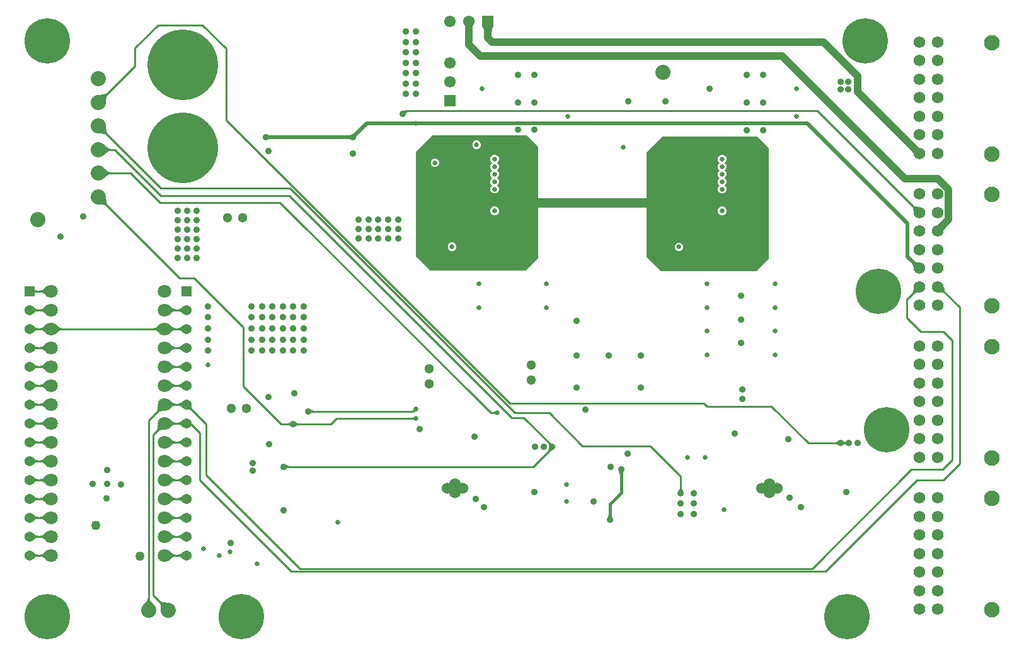
<source format=gbr>
%TF.GenerationSoftware,Altium Limited,Altium Designer,23.5.1 (21)*%
G04 Layer_Physical_Order=3*
G04 Layer_Color=36540*
%FSLAX45Y45*%
%MOMM*%
%TF.SameCoordinates,1DABE7A7-8C02-4A6D-B465-D2BC1E63CDE6*%
%TF.FilePolarity,Positive*%
%TF.FileFunction,Copper,L3,Inr,Signal*%
%TF.Part,Single*%
G01*
G75*
%TA.AperFunction,Conductor*%
%ADD54C,0.38100*%
%ADD55C,0.25400*%
%ADD57C,0.50800*%
%ADD58C,1.01600*%
%TA.AperFunction,ComponentPad*%
%ADD62C,1.55000*%
%ADD63R,1.55000X1.55000*%
%ADD64R,1.55000X1.55000*%
%ADD65C,1.30000*%
%ADD66C,1.80000*%
%ADD68C,6.10000*%
%ADD69C,2.10000*%
%ADD70C,1.56000*%
%ADD71R,1.37000X1.37000*%
%ADD72C,1.37000*%
%ADD73C,9.50000*%
%ADD74C,2.03200*%
%TA.AperFunction,TestPad*%
%ADD75C,2.03200*%
%TA.AperFunction,ViaPad*%
%ADD76C,0.88900*%
%ADD77C,0.63500*%
%ADD78C,1.27000*%
%TA.AperFunction,Conductor*%
%ADD98C,1.27000*%
%TA.AperFunction,ComponentPad*%
%ADD99C,1.52400*%
G36*
X12575795Y13735748D02*
X12575208Y13733784D01*
X12574690Y13730962D01*
X12574242Y13727283D01*
X12573310Y13711089D01*
X12573000Y13687170D01*
X12471400D01*
X12471365Y13696002D01*
X12469192Y13733784D01*
X12468605Y13735748D01*
X12467950Y13736855D01*
X12576450D01*
X12575795Y13735748D01*
D02*
G37*
G36*
X12848380Y13713989D02*
X12843893Y13710941D01*
X12839934Y13705861D01*
X12836502Y13698749D01*
X12833598Y13689606D01*
X12831223Y13678429D01*
X12829376Y13665221D01*
X12828056Y13649982D01*
X12827000Y13613405D01*
X12725400D01*
X12725136Y13632709D01*
X12721177Y13678429D01*
X12718801Y13689606D01*
X12715898Y13698749D01*
X12712466Y13705861D01*
X12708507Y13710941D01*
X12704020Y13713989D01*
X12699005Y13715005D01*
X12853395D01*
X12848380Y13713989D01*
D02*
G37*
G36*
X7667164Y12805405D02*
X7662881Y12800294D01*
X7659065Y12794000D01*
X7655718Y12786522D01*
X7652839Y12777860D01*
X7650428Y12768013D01*
X7648485Y12756982D01*
X7647011Y12744767D01*
X7645465Y12716784D01*
X7645395Y12701016D01*
X7544816Y12801595D01*
X7560584Y12801665D01*
X7600782Y12804684D01*
X7611813Y12806628D01*
X7621660Y12809039D01*
X7630322Y12811919D01*
X7637800Y12815265D01*
X7644094Y12819081D01*
X7649204Y12823364D01*
X7667164Y12805405D01*
D02*
G37*
G36*
X11688809Y12576720D02*
X11686080Y12573844D01*
X11683690Y12571015D01*
X11681640Y12568231D01*
X11679928Y12565493D01*
X11678555Y12562800D01*
X11677521Y12560154D01*
X11676826Y12557553D01*
X11676470Y12554998D01*
X11676453Y12552489D01*
X11676775Y12550025D01*
X11644973Y12584113D01*
X11647394Y12583624D01*
X11649851Y12583480D01*
X11652346Y12583678D01*
X11654878Y12584220D01*
X11657447Y12585105D01*
X11660053Y12586333D01*
X11662696Y12587905D01*
X11665376Y12589820D01*
X11668094Y12592079D01*
X11670849Y12594680D01*
X11688809Y12576720D01*
D02*
G37*
G36*
X7645465Y12365716D02*
X7648485Y12325518D01*
X7650428Y12314487D01*
X7652839Y12304640D01*
X7655718Y12295978D01*
X7659065Y12288500D01*
X7662881Y12282206D01*
X7667164Y12277096D01*
X7649204Y12259136D01*
X7644094Y12263419D01*
X7637800Y12267235D01*
X7630322Y12270582D01*
X7621660Y12273461D01*
X7611813Y12275872D01*
X7600782Y12277815D01*
X7588567Y12279289D01*
X7560584Y12280835D01*
X7544816Y12280905D01*
X7645395Y12381484D01*
X7645465Y12365716D01*
D02*
G37*
G36*
X11022713Y12256792D02*
X11019247Y12253245D01*
X11011049Y12243835D01*
X11009049Y12241107D01*
X11007416Y12238585D01*
X11006149Y12236268D01*
X11005249Y12234155D01*
X11004715Y12232247D01*
X11004548Y12230544D01*
X10960544Y12274548D01*
X10962247Y12274715D01*
X10964155Y12275249D01*
X10966268Y12276149D01*
X10968585Y12277416D01*
X10971107Y12279049D01*
X10973835Y12281049D01*
X10979904Y12286148D01*
X10986792Y12292713D01*
X11022713Y12256792D01*
D02*
G37*
G36*
X10928356Y12198985D02*
X10927034Y12200071D01*
X10925308Y12201042D01*
X10923177Y12201900D01*
X10920643Y12202643D01*
X10917704Y12203271D01*
X10914362Y12203786D01*
X10906465Y12204471D01*
X10896952Y12204700D01*
Y12255500D01*
X10901911Y12255557D01*
X10914362Y12256414D01*
X10917704Y12256929D01*
X10920643Y12257557D01*
X10923177Y12258300D01*
X10925308Y12259158D01*
X10927034Y12260129D01*
X10928356Y12261215D01*
Y12198985D01*
D02*
G37*
G36*
X9824766Y12260129D02*
X9826492Y12259158D01*
X9828623Y12258300D01*
X9831157Y12257557D01*
X9834096Y12256929D01*
X9837438Y12256414D01*
X9845335Y12255729D01*
X9854848Y12255500D01*
Y12204700D01*
X9849889Y12204643D01*
X9837438Y12203786D01*
X9834096Y12203271D01*
X9831157Y12202643D01*
X9828623Y12201900D01*
X9826492Y12201042D01*
X9824766Y12200071D01*
X9823444Y12198985D01*
Y12261215D01*
X9824766Y12260129D01*
D02*
G37*
G36*
X18540083Y12116460D02*
X18568788Y12091142D01*
X18570680Y12090163D01*
X18572020Y12089844D01*
X18494804Y12012628D01*
X18494485Y12013968D01*
X18493506Y12015860D01*
X18491869Y12018305D01*
X18489571Y12021301D01*
X18482996Y12028950D01*
X18461932Y12050873D01*
X18533775Y12122715D01*
X18540083Y12116460D01*
D02*
G37*
G36*
X7627556Y12125020D02*
X7658116Y12098731D01*
X7667290Y12092305D01*
X7675957Y12087047D01*
X7684118Y12082958D01*
X7691773Y12080037D01*
X7698921Y12078284D01*
X7705563Y12077700D01*
Y12052300D01*
X7698921Y12051716D01*
X7691773Y12049963D01*
X7684118Y12047042D01*
X7675957Y12042953D01*
X7667290Y12037695D01*
X7658116Y12031269D01*
X7648436Y12023674D01*
X7627556Y12004980D01*
X7616357Y11993880D01*
Y12136120D01*
X7627556Y12125020D01*
D02*
G37*
G36*
Y11807520D02*
X7658116Y11781231D01*
X7667290Y11774805D01*
X7675957Y11769547D01*
X7684118Y11765458D01*
X7691773Y11762537D01*
X7698921Y11760784D01*
X7705563Y11760200D01*
Y11734800D01*
X7698921Y11734216D01*
X7691773Y11732463D01*
X7684118Y11729542D01*
X7675957Y11725453D01*
X7667290Y11720195D01*
X7658116Y11713769D01*
X7648436Y11706174D01*
X7627556Y11687480D01*
X7616357Y11676380D01*
Y11818620D01*
X7627556Y11807520D01*
D02*
G37*
G36*
X7645465Y11413216D02*
X7648485Y11373018D01*
X7650428Y11361987D01*
X7652839Y11352140D01*
X7655718Y11343478D01*
X7659065Y11336000D01*
X7662881Y11329706D01*
X7667164Y11324596D01*
X7649204Y11306636D01*
X7644094Y11310919D01*
X7637800Y11314735D01*
X7630322Y11318082D01*
X7621660Y11320961D01*
X7611813Y11323372D01*
X7600782Y11325315D01*
X7588567Y11326789D01*
X7560584Y11328335D01*
X7544816Y11328405D01*
X7645395Y11428984D01*
X7645465Y11413216D01*
D02*
G37*
G36*
X18498482Y11310020D02*
X18503487Y11306793D01*
X18509280Y11303960D01*
X18515869Y11301521D01*
X18523248Y11299474D01*
X18531419Y11297822D01*
X18540382Y11296562D01*
X18560683Y11295223D01*
X18572020Y11295144D01*
X18494804Y11217928D01*
X18494725Y11229266D01*
X18493385Y11249567D01*
X18492126Y11258529D01*
X18490474Y11266700D01*
X18488428Y11274079D01*
X18485988Y11280667D01*
X18483154Y11286462D01*
X18479929Y11291466D01*
X18476309Y11295679D01*
X18494269Y11313639D01*
X18498482Y11310020D01*
D02*
G37*
G36*
X18931639Y11018861D02*
X18925424Y11012558D01*
X18904520Y10988541D01*
X18902373Y10985237D01*
X18900902Y10982434D01*
X18900110Y10980131D01*
X18899995Y10978328D01*
X18813167Y11044548D01*
X18813602Y11044892D01*
X18814687Y11045896D01*
X18846800Y11077707D01*
X18931639Y11018861D01*
D02*
G37*
G36*
X18510796Y10565486D02*
X18516376Y10561143D01*
X18522263Y10557322D01*
X18528455Y10554021D01*
X18534952Y10551240D01*
X18541756Y10548980D01*
X18548863Y10547240D01*
X18556276Y10546020D01*
X18563995Y10545322D01*
X18572020Y10545143D01*
X18494804Y10467927D01*
X18494624Y10475952D01*
X18493927Y10483671D01*
X18492706Y10491084D01*
X18490967Y10498192D01*
X18488707Y10504995D01*
X18485925Y10511492D01*
X18482625Y10517684D01*
X18478804Y10523571D01*
X18474461Y10529152D01*
X18469598Y10534427D01*
X18505521Y10570348D01*
X18510796Y10565486D01*
D02*
G37*
G36*
X13448199Y12103600D02*
Y10605000D01*
X13283099Y10439900D01*
X12000400D01*
X11809900Y10630400D01*
Y12040100D01*
X12025800Y12256000D01*
X13295799D01*
X13448199Y12103600D01*
D02*
G37*
G36*
X16547000Y12090900D02*
Y10592300D01*
X16381900Y10427200D01*
X15099200D01*
X14908701Y10617700D01*
Y12027400D01*
X15124600Y12243300D01*
X16394600D01*
X16547000Y12090900D01*
D02*
G37*
G36*
X6684847Y10182987D02*
X6685619Y10180828D01*
X6686904Y10178923D01*
X6688703Y10177272D01*
X6691017Y10175875D01*
X6693844Y10174732D01*
X6697186Y10173843D01*
X6701041Y10173208D01*
X6705411Y10172827D01*
X6710295Y10172700D01*
Y10147300D01*
X6705411Y10147173D01*
X6701041Y10146792D01*
X6697186Y10146157D01*
X6693844Y10145268D01*
X6691017Y10144125D01*
X6688703Y10142728D01*
X6686904Y10141077D01*
X6685619Y10139172D01*
X6684847Y10137013D01*
X6684590Y10134600D01*
Y10185400D01*
X6684847Y10182987D01*
D02*
G37*
G36*
X18901877Y10215921D02*
X18908311Y10185312D01*
X18910774Y10176940D01*
X18916177Y10162942D01*
X18919118Y10157315D01*
X18922217Y10152604D01*
X18925476Y10148809D01*
X18910249Y10128114D01*
X18905766Y10131967D01*
X18900610Y10135230D01*
X18894781Y10137905D01*
X18888280Y10139990D01*
X18881107Y10141487D01*
X18873260Y10142394D01*
X18864742Y10142713D01*
X18855550Y10142442D01*
X18845686Y10141582D01*
X18835149Y10140133D01*
X18900050Y10227954D01*
X18901877Y10215921D01*
D02*
G37*
G36*
X18572020Y10139154D02*
X18560683Y10139075D01*
X18540382Y10137736D01*
X18531419Y10136476D01*
X18523248Y10134824D01*
X18515869Y10132777D01*
X18509280Y10130338D01*
X18503487Y10127505D01*
X18498482Y10124278D01*
X18494269Y10120659D01*
X18476309Y10138619D01*
X18479929Y10142832D01*
X18483154Y10147836D01*
X18485988Y10153631D01*
X18488428Y10160219D01*
X18490474Y10167598D01*
X18492126Y10175769D01*
X18493385Y10184731D01*
X18494725Y10205032D01*
X18494804Y10216370D01*
X18572020Y10139154D01*
D02*
G37*
G36*
X6844527Y10097000D02*
X6834864Y10106557D01*
X6816725Y10122653D01*
X6808249Y10129192D01*
X6800169Y10134725D01*
X6792484Y10139252D01*
X6785194Y10142773D01*
X6778301Y10145288D01*
X6771803Y10146797D01*
X6765701Y10147300D01*
Y10172700D01*
X6771803Y10173203D01*
X6778301Y10174712D01*
X6785194Y10177227D01*
X6792484Y10180748D01*
X6800169Y10185275D01*
X6808249Y10190808D01*
X6816725Y10197347D01*
X6834864Y10213443D01*
X6844527Y10223000D01*
Y10097000D01*
D02*
G37*
G36*
X8675981Y9858050D02*
X8669167Y9864748D01*
X8656115Y9876027D01*
X8649877Y9880610D01*
X8643832Y9884487D01*
X8637979Y9887660D01*
X8632318Y9890128D01*
X8626849Y9891890D01*
X8621572Y9892947D01*
X8616488Y9893300D01*
Y9918700D01*
X8621572Y9919053D01*
X8626849Y9920110D01*
X8632318Y9921872D01*
X8637979Y9924340D01*
X8643832Y9927513D01*
X8649877Y9931390D01*
X8656115Y9935973D01*
X8662545Y9941260D01*
X8675981Y9953950D01*
Y9858050D01*
D02*
G37*
G36*
X6672433Y9947252D02*
X6685485Y9935973D01*
X6691723Y9931390D01*
X6697768Y9927513D01*
X6703621Y9924340D01*
X6709282Y9921872D01*
X6714751Y9920110D01*
X6720028Y9919053D01*
X6725112Y9918700D01*
Y9893300D01*
X6720028Y9892947D01*
X6714751Y9891890D01*
X6709282Y9890128D01*
X6703621Y9887660D01*
X6697768Y9884487D01*
X6691723Y9880610D01*
X6685485Y9876027D01*
X6679055Y9870740D01*
X6665619Y9858050D01*
Y9953950D01*
X6672433Y9947252D01*
D02*
G37*
G36*
X8506736Y9959443D02*
X8524875Y9943347D01*
X8533351Y9936808D01*
X8541431Y9931275D01*
X8549116Y9926748D01*
X8556406Y9923227D01*
X8563299Y9920712D01*
X8569797Y9919203D01*
X8575899Y9918700D01*
Y9893300D01*
X8569797Y9892797D01*
X8563299Y9891288D01*
X8556406Y9888773D01*
X8549116Y9885252D01*
X8541431Y9880725D01*
X8533351Y9875192D01*
X8524875Y9868653D01*
X8506736Y9852557D01*
X8497073Y9843000D01*
Y9969000D01*
X8506736Y9959443D01*
D02*
G37*
G36*
X6844527Y9843000D02*
X6834864Y9852557D01*
X6816725Y9868653D01*
X6808249Y9875192D01*
X6800169Y9880725D01*
X6792484Y9885252D01*
X6785194Y9888773D01*
X6778301Y9891288D01*
X6771803Y9892797D01*
X6765701Y9893300D01*
Y9918700D01*
X6771803Y9919203D01*
X6778301Y9920712D01*
X6785194Y9923227D01*
X6792484Y9926748D01*
X6800169Y9931275D01*
X6808249Y9936808D01*
X6816725Y9943347D01*
X6834864Y9959443D01*
X6844527Y9969000D01*
Y9843000D01*
D02*
G37*
G36*
X8675981Y9604050D02*
X8669167Y9610748D01*
X8656115Y9622027D01*
X8649877Y9626610D01*
X8643832Y9630487D01*
X8637979Y9633660D01*
X8632318Y9636128D01*
X8626849Y9637890D01*
X8621572Y9638947D01*
X8616488Y9639300D01*
Y9664700D01*
X8621572Y9665053D01*
X8626849Y9666110D01*
X8632318Y9667872D01*
X8637979Y9670340D01*
X8643832Y9673513D01*
X8649877Y9677390D01*
X8656115Y9681973D01*
X8662545Y9687260D01*
X8675981Y9699950D01*
Y9604050D01*
D02*
G37*
G36*
X6672433Y9693252D02*
X6685485Y9681973D01*
X6691723Y9677390D01*
X6697768Y9673513D01*
X6703621Y9670340D01*
X6709282Y9667872D01*
X6714751Y9666110D01*
X6720028Y9665053D01*
X6725112Y9664700D01*
Y9639300D01*
X6720028Y9638947D01*
X6714751Y9637890D01*
X6709282Y9636128D01*
X6703621Y9633660D01*
X6697768Y9630487D01*
X6691723Y9626610D01*
X6685485Y9622027D01*
X6679055Y9616740D01*
X6665619Y9604050D01*
Y9699950D01*
X6672433Y9693252D01*
D02*
G37*
G36*
X8506736Y9705443D02*
X8524875Y9689347D01*
X8533351Y9682808D01*
X8541431Y9677275D01*
X8549116Y9672748D01*
X8556406Y9669227D01*
X8563299Y9666712D01*
X8569797Y9665203D01*
X8575899Y9664700D01*
Y9639300D01*
X8569797Y9638797D01*
X8563299Y9637288D01*
X8556406Y9634773D01*
X8549116Y9631252D01*
X8541431Y9626725D01*
X8533351Y9621192D01*
X8524875Y9614653D01*
X8506736Y9598557D01*
X8497073Y9589000D01*
Y9715000D01*
X8506736Y9705443D01*
D02*
G37*
G36*
X8368527Y9589000D02*
X8358864Y9598557D01*
X8340725Y9614653D01*
X8332249Y9621192D01*
X8324169Y9626725D01*
X8316484Y9631252D01*
X8309194Y9634773D01*
X8302301Y9637288D01*
X8295803Y9638797D01*
X8289701Y9639300D01*
Y9664700D01*
X8295803Y9665203D01*
X8302301Y9666712D01*
X8309194Y9669227D01*
X8316484Y9672748D01*
X8324169Y9677275D01*
X8332249Y9682808D01*
X8340725Y9689347D01*
X8358864Y9705443D01*
X8368527Y9715000D01*
Y9589000D01*
D02*
G37*
G36*
X6982736Y9705443D02*
X7000875Y9689347D01*
X7009351Y9682808D01*
X7017431Y9677275D01*
X7025116Y9672748D01*
X7032406Y9669227D01*
X7039299Y9666712D01*
X7045797Y9665203D01*
X7051899Y9664700D01*
Y9639300D01*
X7045797Y9638797D01*
X7039299Y9637288D01*
X7032406Y9634773D01*
X7025116Y9631252D01*
X7017431Y9626725D01*
X7009351Y9621192D01*
X7000875Y9614653D01*
X6982736Y9598557D01*
X6973073Y9589000D01*
Y9715000D01*
X6982736Y9705443D01*
D02*
G37*
G36*
X6844527Y9589000D02*
X6834864Y9598557D01*
X6816725Y9614653D01*
X6808249Y9621192D01*
X6800169Y9626725D01*
X6792484Y9631252D01*
X6785194Y9634773D01*
X6778301Y9637288D01*
X6771803Y9638797D01*
X6765701Y9639300D01*
Y9664700D01*
X6771803Y9665203D01*
X6778301Y9666712D01*
X6785194Y9669227D01*
X6792484Y9672748D01*
X6800169Y9677275D01*
X6808249Y9682808D01*
X6816725Y9689347D01*
X6834864Y9705443D01*
X6844527Y9715000D01*
Y9589000D01*
D02*
G37*
G36*
X8675981Y9350050D02*
X8669167Y9356748D01*
X8656115Y9368027D01*
X8649877Y9372610D01*
X8643832Y9376487D01*
X8637979Y9379660D01*
X8632318Y9382128D01*
X8626849Y9383890D01*
X8621572Y9384947D01*
X8616488Y9385300D01*
Y9410700D01*
X8621572Y9411053D01*
X8626849Y9412110D01*
X8632318Y9413872D01*
X8637979Y9416340D01*
X8643832Y9419513D01*
X8649877Y9423390D01*
X8656115Y9427973D01*
X8662545Y9433260D01*
X8675981Y9445950D01*
Y9350050D01*
D02*
G37*
G36*
X6672433Y9439252D02*
X6685485Y9427973D01*
X6691723Y9423390D01*
X6697768Y9419513D01*
X6703621Y9416340D01*
X6709282Y9413872D01*
X6714751Y9412110D01*
X6720028Y9411053D01*
X6725112Y9410700D01*
Y9385300D01*
X6720028Y9384947D01*
X6714751Y9383890D01*
X6709282Y9382128D01*
X6703621Y9379660D01*
X6697768Y9376487D01*
X6691723Y9372610D01*
X6685485Y9368027D01*
X6679055Y9362740D01*
X6665619Y9350050D01*
Y9445950D01*
X6672433Y9439252D01*
D02*
G37*
G36*
X8506736Y9451443D02*
X8524875Y9435347D01*
X8533351Y9428808D01*
X8541431Y9423275D01*
X8549116Y9418748D01*
X8556406Y9415227D01*
X8563299Y9412712D01*
X8569797Y9411203D01*
X8575899Y9410700D01*
Y9385300D01*
X8569797Y9384797D01*
X8563299Y9383288D01*
X8556406Y9380773D01*
X8549116Y9377252D01*
X8541431Y9372725D01*
X8533351Y9367192D01*
X8524875Y9360653D01*
X8506736Y9344557D01*
X8497073Y9335000D01*
Y9461000D01*
X8506736Y9451443D01*
D02*
G37*
G36*
X6844527Y9335000D02*
X6834864Y9344557D01*
X6816725Y9360653D01*
X6808249Y9367192D01*
X6800169Y9372725D01*
X6792484Y9377252D01*
X6785194Y9380773D01*
X6778301Y9383288D01*
X6771803Y9384797D01*
X6765701Y9385300D01*
Y9410700D01*
X6771803Y9411203D01*
X6778301Y9412712D01*
X6785194Y9415227D01*
X6792484Y9418748D01*
X6800169Y9423275D01*
X6808249Y9428808D01*
X6816725Y9435347D01*
X6834864Y9451443D01*
X6844527Y9461000D01*
Y9335000D01*
D02*
G37*
G36*
X8675981Y9096050D02*
X8669167Y9102748D01*
X8656115Y9114027D01*
X8649877Y9118610D01*
X8643832Y9122487D01*
X8637979Y9125660D01*
X8632318Y9128128D01*
X8626849Y9129890D01*
X8621572Y9130947D01*
X8616488Y9131300D01*
Y9156700D01*
X8621572Y9157053D01*
X8626849Y9158110D01*
X8632318Y9159872D01*
X8637979Y9162340D01*
X8643832Y9165513D01*
X8649877Y9169390D01*
X8656115Y9173973D01*
X8662545Y9179260D01*
X8675981Y9191950D01*
Y9096050D01*
D02*
G37*
G36*
X6672433Y9185252D02*
X6685485Y9173973D01*
X6691723Y9169390D01*
X6697768Y9165513D01*
X6703621Y9162340D01*
X6709282Y9159872D01*
X6714751Y9158110D01*
X6720028Y9157053D01*
X6725112Y9156700D01*
Y9131300D01*
X6720028Y9130947D01*
X6714751Y9129890D01*
X6709282Y9128128D01*
X6703621Y9125660D01*
X6697768Y9122487D01*
X6691723Y9118610D01*
X6685485Y9114027D01*
X6679055Y9108740D01*
X6665619Y9096050D01*
Y9191950D01*
X6672433Y9185252D01*
D02*
G37*
G36*
X8506736Y9197443D02*
X8524875Y9181347D01*
X8533351Y9174808D01*
X8541431Y9169275D01*
X8549116Y9164748D01*
X8556406Y9161227D01*
X8563299Y9158712D01*
X8569797Y9157203D01*
X8575899Y9156700D01*
Y9131300D01*
X8569797Y9130797D01*
X8563299Y9129288D01*
X8556406Y9126773D01*
X8549116Y9123252D01*
X8541431Y9118725D01*
X8533351Y9113192D01*
X8524875Y9106653D01*
X8506736Y9090557D01*
X8497073Y9081000D01*
Y9207000D01*
X8506736Y9197443D01*
D02*
G37*
G36*
X6844527Y9081000D02*
X6834864Y9090557D01*
X6816725Y9106653D01*
X6808249Y9113192D01*
X6800169Y9118725D01*
X6792484Y9123252D01*
X6785194Y9126773D01*
X6778301Y9129288D01*
X6771803Y9130797D01*
X6765701Y9131300D01*
Y9156700D01*
X6771803Y9157203D01*
X6778301Y9158712D01*
X6785194Y9161227D01*
X6792484Y9164748D01*
X6800169Y9169275D01*
X6808249Y9174808D01*
X6816725Y9181347D01*
X6834864Y9197443D01*
X6844527Y9207000D01*
Y9081000D01*
D02*
G37*
G36*
X8675981Y8842050D02*
X8669167Y8848748D01*
X8656115Y8860027D01*
X8649877Y8864610D01*
X8643832Y8868487D01*
X8637979Y8871660D01*
X8632318Y8874128D01*
X8626849Y8875890D01*
X8621572Y8876947D01*
X8616488Y8877300D01*
Y8902700D01*
X8621572Y8903053D01*
X8626849Y8904110D01*
X8632318Y8905872D01*
X8637979Y8908340D01*
X8643832Y8911513D01*
X8649877Y8915390D01*
X8656115Y8919973D01*
X8662545Y8925260D01*
X8675981Y8937950D01*
Y8842050D01*
D02*
G37*
G36*
X6672433Y8931252D02*
X6685485Y8919973D01*
X6691723Y8915390D01*
X6697768Y8911513D01*
X6703621Y8908340D01*
X6709282Y8905872D01*
X6714751Y8904110D01*
X6720028Y8903053D01*
X6725112Y8902700D01*
Y8877300D01*
X6720028Y8876947D01*
X6714751Y8875890D01*
X6709282Y8874128D01*
X6703621Y8871660D01*
X6697768Y8868487D01*
X6691723Y8864610D01*
X6685485Y8860027D01*
X6679055Y8854740D01*
X6665619Y8842050D01*
Y8937950D01*
X6672433Y8931252D01*
D02*
G37*
G36*
X8506736Y8943443D02*
X8524875Y8927347D01*
X8533351Y8920808D01*
X8541431Y8915275D01*
X8549116Y8910748D01*
X8556406Y8907227D01*
X8563299Y8904712D01*
X8569797Y8903203D01*
X8575899Y8902700D01*
Y8877300D01*
X8569797Y8876797D01*
X8563299Y8875288D01*
X8556406Y8872773D01*
X8549116Y8869252D01*
X8541431Y8864725D01*
X8533351Y8859192D01*
X8524875Y8852653D01*
X8506736Y8836557D01*
X8497073Y8827000D01*
Y8953000D01*
X8506736Y8943443D01*
D02*
G37*
G36*
X6844527Y8827000D02*
X6834864Y8836557D01*
X6816725Y8852653D01*
X6808249Y8859192D01*
X6800169Y8864725D01*
X6792484Y8869252D01*
X6785194Y8872773D01*
X6778301Y8875288D01*
X6771803Y8876797D01*
X6765701Y8877300D01*
Y8902700D01*
X6771803Y8903203D01*
X6778301Y8904712D01*
X6785194Y8907227D01*
X6792484Y8910748D01*
X6800169Y8915275D01*
X6808249Y8920808D01*
X6816725Y8927347D01*
X6834864Y8943443D01*
X6844527Y8953000D01*
Y8827000D01*
D02*
G37*
G36*
X8675981Y8588050D02*
X8669167Y8594748D01*
X8656115Y8606027D01*
X8649877Y8610610D01*
X8643832Y8614487D01*
X8637979Y8617660D01*
X8632318Y8620128D01*
X8626849Y8621890D01*
X8621572Y8622947D01*
X8616488Y8623300D01*
Y8648700D01*
X8621572Y8649053D01*
X8626849Y8650110D01*
X8632318Y8651872D01*
X8637979Y8654340D01*
X8643832Y8657513D01*
X8649877Y8661390D01*
X8656115Y8665973D01*
X8662545Y8671260D01*
X8675981Y8683950D01*
Y8588050D01*
D02*
G37*
G36*
X6672433Y8677252D02*
X6685485Y8665973D01*
X6691723Y8661390D01*
X6697768Y8657513D01*
X6703621Y8654340D01*
X6709282Y8651872D01*
X6714751Y8650110D01*
X6720028Y8649053D01*
X6725112Y8648700D01*
Y8623300D01*
X6720028Y8622947D01*
X6714751Y8621890D01*
X6709282Y8620128D01*
X6703621Y8617660D01*
X6697768Y8614487D01*
X6691723Y8610610D01*
X6685485Y8606027D01*
X6679055Y8600740D01*
X6665619Y8588050D01*
Y8683950D01*
X6672433Y8677252D01*
D02*
G37*
G36*
X8506736Y8689443D02*
X8524875Y8673347D01*
X8533351Y8666808D01*
X8541431Y8661275D01*
X8549116Y8656748D01*
X8556406Y8653227D01*
X8563299Y8650712D01*
X8569797Y8649203D01*
X8575899Y8648700D01*
Y8623300D01*
X8569797Y8622797D01*
X8563299Y8621288D01*
X8556406Y8618773D01*
X8549116Y8615252D01*
X8541431Y8610725D01*
X8533351Y8605192D01*
X8524875Y8598653D01*
X8506736Y8582557D01*
X8497073Y8573000D01*
Y8699000D01*
X8506736Y8689443D01*
D02*
G37*
G36*
X6844527Y8573000D02*
X6834864Y8582557D01*
X6816725Y8598653D01*
X6808249Y8605192D01*
X6800169Y8610725D01*
X6792484Y8615252D01*
X6785194Y8618773D01*
X6778301Y8621288D01*
X6771803Y8622797D01*
X6765701Y8623300D01*
Y8648700D01*
X6771803Y8649203D01*
X6778301Y8650712D01*
X6785194Y8653227D01*
X6792484Y8656748D01*
X6800169Y8661275D01*
X6808249Y8666808D01*
X6816725Y8673347D01*
X6834864Y8689443D01*
X6844527Y8699000D01*
Y8573000D01*
D02*
G37*
G36*
X8793479Y8625761D02*
X8794732Y8608555D01*
X8795902Y8600904D01*
X8797436Y8593888D01*
X8799331Y8587506D01*
X8801589Y8581758D01*
X8804210Y8576645D01*
X8807193Y8572166D01*
X8810539Y8568321D01*
X8792579Y8550361D01*
X8788734Y8553707D01*
X8784255Y8556690D01*
X8779142Y8559311D01*
X8773394Y8561569D01*
X8767012Y8563464D01*
X8759996Y8564998D01*
X8752345Y8566168D01*
X8744059Y8566976D01*
X8725585Y8567503D01*
X8793397Y8635315D01*
X8793479Y8625761D01*
D02*
G37*
G36*
X11804776Y8541366D02*
X11802468Y8541685D01*
X11800153Y8541719D01*
X11797830Y8541470D01*
X11795499Y8540936D01*
X11793161Y8540119D01*
X11790816Y8539017D01*
X11788462Y8537631D01*
X11786102Y8535961D01*
X11783733Y8534008D01*
X11781357Y8531770D01*
X11766409Y8552742D01*
X11768656Y8555092D01*
X11772523Y8559776D01*
X11774141Y8562109D01*
X11775549Y8564436D01*
X11776748Y8566758D01*
X11777736Y8569074D01*
X11778515Y8571384D01*
X11779083Y8573688D01*
X11779442Y8575987D01*
X11804776Y8541366D01*
D02*
G37*
G36*
X8431900Y8546004D02*
X8418309Y8545930D01*
X8394102Y8544485D01*
X8383484Y8543115D01*
X8373858Y8541314D01*
X8365223Y8539081D01*
X8357579Y8536417D01*
X8350926Y8533320D01*
X8345264Y8529792D01*
X8340594Y8525833D01*
X8322633Y8543794D01*
X8326592Y8548464D01*
X8330120Y8554126D01*
X8333217Y8560779D01*
X8335881Y8568423D01*
X8338114Y8577058D01*
X8339915Y8586684D01*
X8341285Y8597302D01*
X8342730Y8621509D01*
X8342804Y8635100D01*
X8431900Y8546004D01*
D02*
G37*
G36*
X10398568Y8568366D02*
X10402221Y8565236D01*
X10405902Y8562473D01*
X10409612Y8560079D01*
X10413350Y8558054D01*
X10417116Y8556396D01*
X10420911Y8555107D01*
X10424735Y8554187D01*
X10428587Y8553634D01*
X10432467Y8553450D01*
Y8528050D01*
X10428587Y8527866D01*
X10424735Y8527313D01*
X10420911Y8526393D01*
X10417116Y8525104D01*
X10413350Y8523446D01*
X10409612Y8521421D01*
X10405902Y8519027D01*
X10402221Y8516264D01*
X10398568Y8513134D01*
X10394944Y8509635D01*
Y8571865D01*
X10398568Y8568366D01*
D02*
G37*
G36*
X12879002Y8500732D02*
X12877068Y8502542D01*
X12874995Y8504161D01*
X12872789Y8505590D01*
X12870445Y8506828D01*
X12867966Y8507876D01*
X12865350Y8508733D01*
X12862599Y8509400D01*
X12859711Y8509876D01*
X12856688Y8510162D01*
X12853528Y8510257D01*
Y8535657D01*
X12856688Y8535752D01*
X12859711Y8536038D01*
X12862599Y8536514D01*
X12865350Y8537181D01*
X12867966Y8538038D01*
X12870445Y8539086D01*
X12872789Y8540324D01*
X12874995Y8541753D01*
X12877068Y8543372D01*
X12879002Y8545182D01*
Y8500732D01*
D02*
G37*
G36*
X11788326Y8423275D02*
X11786391Y8425085D01*
X11784319Y8426704D01*
X11782112Y8428133D01*
X11779768Y8429371D01*
X11777289Y8430419D01*
X11774673Y8431276D01*
X11771922Y8431943D01*
X11769034Y8432419D01*
X11766011Y8432705D01*
X11762851Y8432800D01*
Y8458200D01*
X11766011Y8458295D01*
X11769034Y8458581D01*
X11771922Y8459057D01*
X11774673Y8459724D01*
X11777289Y8460581D01*
X11779768Y8461629D01*
X11782112Y8462867D01*
X11784319Y8464296D01*
X11786391Y8465915D01*
X11788326Y8467725D01*
Y8423275D01*
D02*
G37*
G36*
X10195368Y8396916D02*
X10199021Y8393786D01*
X10202702Y8391023D01*
X10206412Y8388629D01*
X10210150Y8386604D01*
X10213916Y8384946D01*
X10217711Y8383657D01*
X10221535Y8382737D01*
X10225387Y8382184D01*
X10229267Y8382000D01*
Y8356600D01*
X10225387Y8356416D01*
X10221535Y8355863D01*
X10217711Y8354943D01*
X10213916Y8353654D01*
X10210150Y8351996D01*
X10206412Y8349971D01*
X10202702Y8347577D01*
X10199021Y8344814D01*
X10195368Y8341684D01*
X10191744Y8338185D01*
Y8400415D01*
X10195368Y8396916D01*
D02*
G37*
G36*
X10128256Y8338185D02*
X10124632Y8341684D01*
X10120979Y8344814D01*
X10117298Y8347577D01*
X10113588Y8349971D01*
X10109850Y8351996D01*
X10106084Y8353654D01*
X10102289Y8354943D01*
X10098465Y8355863D01*
X10094613Y8356416D01*
X10090733Y8356600D01*
Y8382000D01*
X10094613Y8382184D01*
X10098465Y8382737D01*
X10102289Y8383657D01*
X10106084Y8384946D01*
X10109850Y8386604D01*
X10113588Y8388629D01*
X10117298Y8391023D01*
X10120979Y8393786D01*
X10124632Y8396916D01*
X10128256Y8400415D01*
Y8338185D01*
D02*
G37*
G36*
X8675981Y8334050D02*
X8669167Y8340748D01*
X8656115Y8352027D01*
X8649877Y8356610D01*
X8643832Y8360487D01*
X8637979Y8363660D01*
X8632318Y8366128D01*
X8626849Y8367890D01*
X8621572Y8368947D01*
X8616488Y8369300D01*
Y8394700D01*
X8621572Y8395053D01*
X8626849Y8396110D01*
X8632318Y8397872D01*
X8637979Y8400340D01*
X8643832Y8403513D01*
X8649877Y8407390D01*
X8656115Y8411973D01*
X8662545Y8417260D01*
X8675981Y8429950D01*
Y8334050D01*
D02*
G37*
G36*
X6672433Y8423252D02*
X6685485Y8411973D01*
X6691723Y8407390D01*
X6697768Y8403513D01*
X6703621Y8400340D01*
X6709282Y8397872D01*
X6714751Y8396110D01*
X6720028Y8395053D01*
X6725112Y8394700D01*
Y8369300D01*
X6720028Y8368947D01*
X6714751Y8367890D01*
X6709282Y8366128D01*
X6703621Y8363660D01*
X6697768Y8360487D01*
X6691723Y8356610D01*
X6685485Y8352027D01*
X6679055Y8346740D01*
X6665619Y8334050D01*
Y8429950D01*
X6672433Y8423252D01*
D02*
G37*
G36*
X8506736Y8435443D02*
X8524875Y8419347D01*
X8533351Y8412808D01*
X8541431Y8407275D01*
X8549116Y8402748D01*
X8556406Y8399227D01*
X8563299Y8396712D01*
X8569797Y8395203D01*
X8575899Y8394700D01*
Y8369300D01*
X8569797Y8368797D01*
X8563299Y8367288D01*
X8556406Y8364773D01*
X8549116Y8361252D01*
X8541431Y8356725D01*
X8533351Y8351192D01*
X8524875Y8344653D01*
X8506736Y8328557D01*
X8497073Y8319000D01*
Y8445000D01*
X8506736Y8435443D01*
D02*
G37*
G36*
X6844527Y8319000D02*
X6834864Y8328557D01*
X6816725Y8344653D01*
X6808249Y8351192D01*
X6800169Y8356725D01*
X6792484Y8361252D01*
X6785194Y8364773D01*
X6778301Y8367288D01*
X6771803Y8368797D01*
X6765701Y8369300D01*
Y8394700D01*
X6771803Y8395203D01*
X6778301Y8396712D01*
X6785194Y8399227D01*
X6792484Y8402748D01*
X6800169Y8407275D01*
X6808249Y8412808D01*
X6816725Y8419347D01*
X6834864Y8435443D01*
X6844527Y8445000D01*
Y8319000D01*
D02*
G37*
G36*
X8431900Y8292004D02*
X8418309Y8291930D01*
X8394102Y8290485D01*
X8383484Y8289115D01*
X8373858Y8287314D01*
X8365223Y8285081D01*
X8357579Y8282417D01*
X8350926Y8279320D01*
X8345264Y8275792D01*
X8340594Y8271833D01*
X8322633Y8289794D01*
X8326592Y8294464D01*
X8330120Y8300126D01*
X8333217Y8306779D01*
X8335881Y8314423D01*
X8338114Y8323058D01*
X8339915Y8332684D01*
X8341285Y8343302D01*
X8342730Y8367509D01*
X8342804Y8381100D01*
X8431900Y8292004D01*
D02*
G37*
G36*
X17595856Y8084185D02*
X17592232Y8087684D01*
X17588579Y8090814D01*
X17584898Y8093577D01*
X17581187Y8095971D01*
X17577451Y8097996D01*
X17573685Y8099654D01*
X17570450Y8100752D01*
X17567216Y8099654D01*
X17563451Y8097996D01*
X17559712Y8095971D01*
X17556001Y8093577D01*
X17552321Y8090814D01*
X17548668Y8087684D01*
X17545044Y8084185D01*
Y8146415D01*
X17548668Y8142916D01*
X17552321Y8139786D01*
X17556001Y8137023D01*
X17559712Y8134629D01*
X17563451Y8132604D01*
X17567216Y8130946D01*
X17570450Y8129848D01*
X17573685Y8130946D01*
X17577451Y8132604D01*
X17581187Y8134629D01*
X17584898Y8137023D01*
X17588579Y8139786D01*
X17592232Y8142916D01*
X17595856Y8146415D01*
Y8084185D01*
D02*
G37*
G36*
X17480713Y8085069D02*
X17477213Y8088632D01*
X17473665Y8091820D01*
X17470074Y8094633D01*
X17466438Y8097071D01*
X17462759Y8099133D01*
X17459035Y8100821D01*
X17455264Y8102134D01*
X17451450Y8103071D01*
X17447591Y8103634D01*
X17443687Y8103821D01*
X17444415Y8129221D01*
X17448273Y8129402D01*
X17452116Y8129944D01*
X17455946Y8130846D01*
X17459766Y8132110D01*
X17463573Y8133735D01*
X17467368Y8135721D01*
X17471150Y8138068D01*
X17474921Y8140776D01*
X17478677Y8143845D01*
X17482423Y8147276D01*
X17480713Y8085069D01*
D02*
G37*
G36*
X8675981Y8080050D02*
X8669167Y8086748D01*
X8656115Y8098027D01*
X8649877Y8102610D01*
X8643832Y8106487D01*
X8637979Y8109660D01*
X8632318Y8112128D01*
X8626849Y8113890D01*
X8621572Y8114947D01*
X8616488Y8115300D01*
Y8140700D01*
X8621572Y8141053D01*
X8626849Y8142110D01*
X8632318Y8143872D01*
X8637979Y8146340D01*
X8643832Y8149513D01*
X8649877Y8153390D01*
X8656115Y8157973D01*
X8662545Y8163260D01*
X8675981Y8175950D01*
Y8080050D01*
D02*
G37*
G36*
X6672433Y8169252D02*
X6685485Y8157973D01*
X6691723Y8153390D01*
X6697768Y8149513D01*
X6703621Y8146340D01*
X6709282Y8143872D01*
X6714751Y8142110D01*
X6720028Y8141053D01*
X6725112Y8140700D01*
Y8115300D01*
X6720028Y8114947D01*
X6714751Y8113890D01*
X6709282Y8112128D01*
X6703621Y8109660D01*
X6697768Y8106487D01*
X6691723Y8102610D01*
X6685485Y8098027D01*
X6679055Y8092740D01*
X6665619Y8080050D01*
Y8175950D01*
X6672433Y8169252D01*
D02*
G37*
G36*
X13611526Y8123648D02*
X13614499Y8121321D01*
X13617752Y8119144D01*
X13621283Y8117117D01*
X13625095Y8115241D01*
X13629185Y8113516D01*
X13633556Y8111941D01*
X13643137Y8109243D01*
X13648344Y8108120D01*
X13596359Y8073915D01*
X13597186Y8078551D01*
X13597624Y8083005D01*
X13597667Y8087276D01*
X13597319Y8091364D01*
X13596579Y8095269D01*
X13595445Y8098991D01*
X13593919Y8102529D01*
X13592003Y8105885D01*
X13589693Y8109058D01*
X13586990Y8112048D01*
X13608833Y8126127D01*
X13611526Y8123648D01*
D02*
G37*
G36*
X8506736Y8181443D02*
X8524875Y8165347D01*
X8533351Y8158808D01*
X8541431Y8153275D01*
X8549116Y8148748D01*
X8556406Y8145227D01*
X8563299Y8142712D01*
X8569797Y8141203D01*
X8575899Y8140700D01*
Y8115300D01*
X8569797Y8114797D01*
X8563299Y8113288D01*
X8556406Y8110773D01*
X8549116Y8107252D01*
X8541431Y8102725D01*
X8533351Y8097192D01*
X8524875Y8090653D01*
X8506736Y8074557D01*
X8497073Y8065000D01*
Y8191000D01*
X8506736Y8181443D01*
D02*
G37*
G36*
X6844527Y8065000D02*
X6834864Y8074557D01*
X6816725Y8090653D01*
X6808249Y8097192D01*
X6800169Y8102725D01*
X6792484Y8107252D01*
X6785194Y8110773D01*
X6778301Y8113288D01*
X6771803Y8114797D01*
X6765701Y8115300D01*
Y8140700D01*
X6771803Y8141203D01*
X6778301Y8142712D01*
X6785194Y8145227D01*
X6792484Y8148748D01*
X6800169Y8153275D01*
X6808249Y8158808D01*
X6816725Y8165347D01*
X6834864Y8181443D01*
X6844527Y8191000D01*
Y8065000D01*
D02*
G37*
G36*
X13648344Y8020878D02*
X13643137Y8019755D01*
X13633556Y8017057D01*
X13629185Y8015483D01*
X13625095Y8013757D01*
X13621283Y8011881D01*
X13617752Y8009855D01*
X13614499Y8007678D01*
X13611526Y8005350D01*
X13608833Y8002872D01*
X13586990Y8016950D01*
X13589693Y8019940D01*
X13592003Y8023113D01*
X13593919Y8026469D01*
X13595445Y8030008D01*
X13596579Y8033730D01*
X13597319Y8037635D01*
X13597667Y8041723D01*
X13597624Y8045993D01*
X13597186Y8050447D01*
X13596359Y8055084D01*
X13648344Y8020878D01*
D02*
G37*
G36*
X8675981Y7826050D02*
X8669167Y7832748D01*
X8656115Y7844027D01*
X8649877Y7848610D01*
X8643832Y7852487D01*
X8637979Y7855660D01*
X8632318Y7858128D01*
X8626849Y7859890D01*
X8621572Y7860947D01*
X8616488Y7861300D01*
Y7886700D01*
X8621572Y7887053D01*
X8626849Y7888110D01*
X8632318Y7889872D01*
X8637979Y7892340D01*
X8643832Y7895513D01*
X8649877Y7899390D01*
X8656115Y7903973D01*
X8662545Y7909260D01*
X8675981Y7921950D01*
Y7826050D01*
D02*
G37*
G36*
X6672433Y7915252D02*
X6685485Y7903973D01*
X6691723Y7899390D01*
X6697768Y7895513D01*
X6703621Y7892340D01*
X6709282Y7889872D01*
X6714751Y7888110D01*
X6720028Y7887053D01*
X6725112Y7886700D01*
Y7861300D01*
X6720028Y7860947D01*
X6714751Y7859890D01*
X6709282Y7858128D01*
X6703621Y7855660D01*
X6697768Y7852487D01*
X6691723Y7848610D01*
X6685485Y7844027D01*
X6679055Y7838740D01*
X6665619Y7826050D01*
Y7921950D01*
X6672433Y7915252D01*
D02*
G37*
G36*
X8506736Y7927443D02*
X8524875Y7911347D01*
X8533351Y7904808D01*
X8541431Y7899275D01*
X8549116Y7894748D01*
X8556406Y7891227D01*
X8563299Y7888712D01*
X8569797Y7887203D01*
X8575899Y7886700D01*
Y7861300D01*
X8569797Y7860797D01*
X8563299Y7859288D01*
X8556406Y7856773D01*
X8549116Y7853252D01*
X8541431Y7848725D01*
X8533351Y7843192D01*
X8524875Y7836653D01*
X8506736Y7820557D01*
X8497073Y7811000D01*
Y7937000D01*
X8506736Y7927443D01*
D02*
G37*
G36*
X6844527Y7811000D02*
X6834864Y7820557D01*
X6816725Y7836653D01*
X6808249Y7843192D01*
X6800169Y7848725D01*
X6792484Y7853252D01*
X6785194Y7856773D01*
X6778301Y7859288D01*
X6771803Y7860797D01*
X6765701Y7861300D01*
Y7886700D01*
X6771803Y7887203D01*
X6778301Y7888712D01*
X6785194Y7891227D01*
X6792484Y7894748D01*
X6800169Y7899275D01*
X6808249Y7904808D01*
X6816725Y7911347D01*
X6834864Y7927443D01*
X6844527Y7937000D01*
Y7811000D01*
D02*
G37*
G36*
X10068368Y7825416D02*
X10072021Y7822286D01*
X10075702Y7819523D01*
X10079412Y7817129D01*
X10083150Y7815104D01*
X10086916Y7813446D01*
X10090711Y7812157D01*
X10094535Y7811237D01*
X10098387Y7810684D01*
X10102267Y7810500D01*
Y7785100D01*
X10098387Y7784916D01*
X10094535Y7784363D01*
X10090711Y7783443D01*
X10086916Y7782154D01*
X10083150Y7780496D01*
X10079412Y7778471D01*
X10075702Y7776077D01*
X10072021Y7773314D01*
X10068368Y7770184D01*
X10064744Y7766685D01*
Y7828915D01*
X10068368Y7825416D01*
D02*
G37*
G36*
X14595723Y7725477D02*
X14593672Y7722768D01*
X14591862Y7719832D01*
X14590292Y7716666D01*
X14588966Y7713272D01*
X14587880Y7709649D01*
X14587036Y7705797D01*
X14586433Y7701716D01*
X14586070Y7697407D01*
X14585950Y7692869D01*
X14547850D01*
X14547729Y7697407D01*
X14547366Y7701716D01*
X14546764Y7705797D01*
X14545920Y7709649D01*
X14544833Y7713272D01*
X14543507Y7716666D01*
X14541937Y7719832D01*
X14540128Y7722768D01*
X14538077Y7725477D01*
X14535785Y7727956D01*
X14598015D01*
X14595723Y7725477D01*
D02*
G37*
G36*
X8675981Y7572050D02*
X8669167Y7578748D01*
X8656115Y7590027D01*
X8649877Y7594610D01*
X8643832Y7598487D01*
X8637979Y7601660D01*
X8632318Y7604128D01*
X8626849Y7605890D01*
X8621572Y7606947D01*
X8616488Y7607300D01*
Y7632700D01*
X8621572Y7633053D01*
X8626849Y7634110D01*
X8632318Y7635872D01*
X8637979Y7638340D01*
X8643832Y7641513D01*
X8649877Y7645390D01*
X8656115Y7649973D01*
X8662545Y7655260D01*
X8675981Y7667950D01*
Y7572050D01*
D02*
G37*
G36*
X6672433Y7661252D02*
X6685485Y7649973D01*
X6691723Y7645390D01*
X6697768Y7641513D01*
X6703621Y7638340D01*
X6709282Y7635872D01*
X6714751Y7634110D01*
X6720028Y7633053D01*
X6725112Y7632700D01*
Y7607300D01*
X6720028Y7606947D01*
X6714751Y7605890D01*
X6709282Y7604128D01*
X6703621Y7601660D01*
X6697768Y7598487D01*
X6691723Y7594610D01*
X6685485Y7590027D01*
X6679055Y7584740D01*
X6665619Y7572050D01*
Y7667950D01*
X6672433Y7661252D01*
D02*
G37*
G36*
X8506736Y7673443D02*
X8524875Y7657347D01*
X8533351Y7650808D01*
X8541431Y7645275D01*
X8549116Y7640748D01*
X8556406Y7637227D01*
X8563299Y7634712D01*
X8569797Y7633203D01*
X8575899Y7632700D01*
Y7607300D01*
X8569797Y7606797D01*
X8563299Y7605288D01*
X8556406Y7602773D01*
X8549116Y7599252D01*
X8541431Y7594725D01*
X8533351Y7589192D01*
X8524875Y7582653D01*
X8506736Y7566557D01*
X8497073Y7557000D01*
Y7683000D01*
X8506736Y7673443D01*
D02*
G37*
G36*
X6844527Y7557000D02*
X6834864Y7566557D01*
X6816725Y7582653D01*
X6808249Y7589192D01*
X6800169Y7594725D01*
X6792484Y7599252D01*
X6785194Y7602773D01*
X6778301Y7605288D01*
X6771803Y7606797D01*
X6765701Y7607300D01*
Y7632700D01*
X6771803Y7633203D01*
X6778301Y7634712D01*
X6785194Y7637227D01*
X6792484Y7640748D01*
X6800169Y7645275D01*
X6808249Y7650808D01*
X6816725Y7657347D01*
X6834864Y7673443D01*
X6844527Y7683000D01*
Y7557000D01*
D02*
G37*
G36*
X15379884Y7507587D02*
X15380437Y7503735D01*
X15381357Y7499911D01*
X15382646Y7496116D01*
X15384303Y7492350D01*
X15386330Y7488612D01*
X15388724Y7484902D01*
X15391486Y7481221D01*
X15394617Y7477568D01*
X15398116Y7473944D01*
X15335886D01*
X15339384Y7477568D01*
X15342514Y7481221D01*
X15345277Y7484902D01*
X15347672Y7488612D01*
X15349696Y7492350D01*
X15351353Y7496116D01*
X15352643Y7499911D01*
X15353563Y7503735D01*
X15354115Y7507587D01*
X15354300Y7511467D01*
X15379700D01*
X15379884Y7507587D01*
D02*
G37*
G36*
X8675981Y7318050D02*
X8669167Y7324748D01*
X8656115Y7336027D01*
X8649877Y7340610D01*
X8643832Y7344487D01*
X8637979Y7347660D01*
X8632318Y7350128D01*
X8626849Y7351890D01*
X8621572Y7352947D01*
X8616488Y7353300D01*
Y7378700D01*
X8621572Y7379053D01*
X8626849Y7380110D01*
X8632318Y7381872D01*
X8637979Y7384340D01*
X8643832Y7387513D01*
X8649877Y7391390D01*
X8656115Y7395973D01*
X8662545Y7401260D01*
X8675981Y7413950D01*
Y7318050D01*
D02*
G37*
G36*
X6672433Y7407252D02*
X6685485Y7395973D01*
X6691723Y7391390D01*
X6697768Y7387513D01*
X6703621Y7384340D01*
X6709282Y7381872D01*
X6714751Y7380110D01*
X6720028Y7379053D01*
X6725112Y7378700D01*
Y7353300D01*
X6720028Y7352947D01*
X6714751Y7351890D01*
X6709282Y7350128D01*
X6703621Y7347660D01*
X6697768Y7344487D01*
X6691723Y7340610D01*
X6685485Y7336027D01*
X6679055Y7330740D01*
X6665619Y7318050D01*
Y7413950D01*
X6672433Y7407252D01*
D02*
G37*
G36*
X8506736Y7419443D02*
X8524875Y7403347D01*
X8533351Y7396808D01*
X8541431Y7391275D01*
X8549116Y7386748D01*
X8556406Y7383227D01*
X8563299Y7380712D01*
X8569797Y7379203D01*
X8575899Y7378700D01*
Y7353300D01*
X8569797Y7352797D01*
X8563299Y7351288D01*
X8556406Y7348773D01*
X8549116Y7345252D01*
X8541431Y7340725D01*
X8533351Y7335192D01*
X8524875Y7328653D01*
X8506736Y7312557D01*
X8497073Y7303000D01*
Y7429000D01*
X8506736Y7419443D01*
D02*
G37*
G36*
X6844527Y7303000D02*
X6834864Y7312557D01*
X6816725Y7328653D01*
X6808249Y7335192D01*
X6800169Y7340725D01*
X6792484Y7345252D01*
X6785194Y7348773D01*
X6778301Y7351288D01*
X6771803Y7352797D01*
X6765701Y7353300D01*
Y7378700D01*
X6771803Y7379203D01*
X6778301Y7380712D01*
X6785194Y7383227D01*
X6792484Y7386748D01*
X6800169Y7391275D01*
X6808249Y7396808D01*
X6816725Y7403347D01*
X6834864Y7419443D01*
X6844527Y7429000D01*
Y7303000D01*
D02*
G37*
G36*
X14433672Y7148893D02*
X14434033Y7144584D01*
X14434636Y7140503D01*
X14435480Y7136651D01*
X14436566Y7133028D01*
X14437894Y7129634D01*
X14439462Y7126468D01*
X14441272Y7123532D01*
X14443323Y7120823D01*
X14445615Y7118344D01*
X14383385D01*
X14385677Y7120823D01*
X14387727Y7123532D01*
X14389539Y7126468D01*
X14391107Y7129634D01*
X14392435Y7133028D01*
X14393520Y7136651D01*
X14394363Y7140503D01*
X14394968Y7144584D01*
X14395329Y7148893D01*
X14395450Y7153431D01*
X14433549D01*
X14433672Y7148893D01*
D02*
G37*
G36*
X8675981Y7064050D02*
X8669167Y7070748D01*
X8656115Y7082027D01*
X8649877Y7086610D01*
X8643832Y7090487D01*
X8637979Y7093660D01*
X8632318Y7096128D01*
X8626849Y7097890D01*
X8621572Y7098947D01*
X8616488Y7099300D01*
Y7124700D01*
X8621572Y7125053D01*
X8626849Y7126110D01*
X8632318Y7127872D01*
X8637979Y7130340D01*
X8643832Y7133513D01*
X8649877Y7137390D01*
X8656115Y7141973D01*
X8662545Y7147260D01*
X8675981Y7159950D01*
Y7064050D01*
D02*
G37*
G36*
X6672433Y7153252D02*
X6685485Y7141973D01*
X6691723Y7137390D01*
X6697768Y7133513D01*
X6703621Y7130340D01*
X6709282Y7127872D01*
X6714751Y7126110D01*
X6720028Y7125053D01*
X6725112Y7124700D01*
Y7099300D01*
X6720028Y7098947D01*
X6714751Y7097890D01*
X6709282Y7096128D01*
X6703621Y7093660D01*
X6697768Y7090487D01*
X6691723Y7086610D01*
X6685485Y7082027D01*
X6679055Y7076740D01*
X6665619Y7064050D01*
Y7159950D01*
X6672433Y7153252D01*
D02*
G37*
G36*
X8506736Y7165443D02*
X8524875Y7149347D01*
X8533351Y7142808D01*
X8541431Y7137275D01*
X8549116Y7132748D01*
X8556406Y7129227D01*
X8563299Y7126712D01*
X8569797Y7125203D01*
X8575899Y7124700D01*
Y7099300D01*
X8569797Y7098797D01*
X8563299Y7097288D01*
X8556406Y7094773D01*
X8549116Y7091252D01*
X8541431Y7086725D01*
X8533351Y7081192D01*
X8524875Y7074653D01*
X8506736Y7058557D01*
X8497073Y7049000D01*
Y7175000D01*
X8506736Y7165443D01*
D02*
G37*
G36*
X6844527Y7049000D02*
X6834864Y7058557D01*
X6816725Y7074653D01*
X6808249Y7081192D01*
X6800169Y7086725D01*
X6792484Y7091252D01*
X6785194Y7094773D01*
X6778301Y7097288D01*
X6771803Y7098797D01*
X6765701Y7099300D01*
Y7124700D01*
X6771803Y7125203D01*
X6778301Y7126712D01*
X6785194Y7129227D01*
X6792484Y7132748D01*
X6800169Y7137275D01*
X6808249Y7142808D01*
X6816725Y7149347D01*
X6834864Y7165443D01*
X6844527Y7175000D01*
Y7049000D01*
D02*
G37*
G36*
X8675981Y6810050D02*
X8669167Y6816748D01*
X8656115Y6828027D01*
X8649877Y6832610D01*
X8643832Y6836487D01*
X8637979Y6839660D01*
X8632318Y6842128D01*
X8626849Y6843890D01*
X8621572Y6844947D01*
X8616488Y6845300D01*
Y6870700D01*
X8621572Y6871053D01*
X8626849Y6872110D01*
X8632318Y6873872D01*
X8637979Y6876340D01*
X8643832Y6879513D01*
X8649877Y6883390D01*
X8656115Y6887973D01*
X8662545Y6893260D01*
X8675981Y6905950D01*
Y6810050D01*
D02*
G37*
G36*
X6672433Y6899252D02*
X6685485Y6887973D01*
X6691723Y6883390D01*
X6697768Y6879513D01*
X6703621Y6876340D01*
X6709282Y6873872D01*
X6714751Y6872110D01*
X6720028Y6871053D01*
X6725112Y6870700D01*
Y6845300D01*
X6720028Y6844947D01*
X6714751Y6843890D01*
X6709282Y6842128D01*
X6703621Y6839660D01*
X6697768Y6836487D01*
X6691723Y6832610D01*
X6685485Y6828027D01*
X6679055Y6822740D01*
X6665619Y6810050D01*
Y6905950D01*
X6672433Y6899252D01*
D02*
G37*
G36*
X8506736Y6911443D02*
X8524875Y6895347D01*
X8533351Y6888808D01*
X8541431Y6883275D01*
X8549116Y6878748D01*
X8556406Y6875227D01*
X8563299Y6872712D01*
X8569797Y6871203D01*
X8575899Y6870700D01*
Y6845300D01*
X8569797Y6844797D01*
X8563299Y6843288D01*
X8556406Y6840773D01*
X8549116Y6837252D01*
X8541431Y6832725D01*
X8533351Y6827192D01*
X8524875Y6820653D01*
X8506736Y6804557D01*
X8497073Y6795000D01*
Y6921000D01*
X8506736Y6911443D01*
D02*
G37*
G36*
X6844527Y6795000D02*
X6834864Y6804557D01*
X6816725Y6820653D01*
X6808249Y6827192D01*
X6800169Y6832725D01*
X6792484Y6837252D01*
X6785194Y6840773D01*
X6778301Y6843288D01*
X6771803Y6844797D01*
X6765701Y6845300D01*
Y6870700D01*
X6771803Y6871203D01*
X6778301Y6872712D01*
X6785194Y6875227D01*
X6792484Y6878748D01*
X6800169Y6883275D01*
X6808249Y6888808D01*
X6816725Y6895347D01*
X6834864Y6911443D01*
X6844527Y6921000D01*
Y6795000D01*
D02*
G37*
G36*
X8675981Y6556050D02*
X8669167Y6562748D01*
X8656115Y6574027D01*
X8649877Y6578610D01*
X8643832Y6582487D01*
X8637979Y6585660D01*
X8632318Y6588128D01*
X8626849Y6589890D01*
X8621572Y6590947D01*
X8616488Y6591300D01*
Y6616700D01*
X8621572Y6617053D01*
X8626849Y6618110D01*
X8632318Y6619872D01*
X8637979Y6622340D01*
X8643832Y6625513D01*
X8649877Y6629390D01*
X8656115Y6633973D01*
X8662545Y6639260D01*
X8675981Y6651950D01*
Y6556050D01*
D02*
G37*
G36*
X6672433Y6645252D02*
X6685485Y6633973D01*
X6691723Y6629390D01*
X6697768Y6625513D01*
X6703621Y6622340D01*
X6709282Y6619872D01*
X6714751Y6618110D01*
X6720028Y6617053D01*
X6725112Y6616700D01*
Y6591300D01*
X6720028Y6590947D01*
X6714751Y6589890D01*
X6709282Y6588128D01*
X6703621Y6585660D01*
X6697768Y6582487D01*
X6691723Y6578610D01*
X6685485Y6574027D01*
X6679055Y6568740D01*
X6665619Y6556050D01*
Y6651950D01*
X6672433Y6645252D01*
D02*
G37*
G36*
X8506736Y6657443D02*
X8524875Y6641347D01*
X8533351Y6634808D01*
X8541431Y6629275D01*
X8549116Y6624748D01*
X8556406Y6621227D01*
X8563299Y6618712D01*
X8569797Y6617203D01*
X8575899Y6616700D01*
Y6591300D01*
X8569797Y6590797D01*
X8563299Y6589288D01*
X8556406Y6586773D01*
X8549116Y6583252D01*
X8541431Y6578725D01*
X8533351Y6573192D01*
X8524875Y6566653D01*
X8506736Y6550557D01*
X8497073Y6541000D01*
Y6667000D01*
X8506736Y6657443D01*
D02*
G37*
G36*
X6844527Y6541000D02*
X6834864Y6550557D01*
X6816725Y6566653D01*
X6808249Y6573192D01*
X6800169Y6578725D01*
X6792484Y6583252D01*
X6785194Y6586773D01*
X6778301Y6589288D01*
X6771803Y6590797D01*
X6765701Y6591300D01*
Y6616700D01*
X6771803Y6617203D01*
X6778301Y6618712D01*
X6785194Y6621227D01*
X6792484Y6624748D01*
X6800169Y6629275D01*
X6808249Y6634808D01*
X6816725Y6641347D01*
X6834864Y6657443D01*
X6844527Y6667000D01*
Y6541000D01*
D02*
G37*
G36*
X8230184Y6022521D02*
X8231937Y6015373D01*
X8234858Y6007718D01*
X8238947Y5999557D01*
X8244205Y5990890D01*
X8250631Y5981716D01*
X8258226Y5972036D01*
X8276920Y5951156D01*
X8288020Y5939957D01*
X8145780D01*
X8156880Y5951156D01*
X8183169Y5981716D01*
X8189595Y5990890D01*
X8194853Y5999557D01*
X8198942Y6007718D01*
X8201863Y6015373D01*
X8203616Y6022521D01*
X8204200Y6029163D01*
X8229600D01*
X8230184Y6022521D01*
D02*
G37*
G36*
X8383306Y5986481D02*
X8389600Y5982665D01*
X8397078Y5979318D01*
X8405740Y5976439D01*
X8415587Y5974028D01*
X8426618Y5972085D01*
X8438833Y5970611D01*
X8466816Y5969065D01*
X8482584Y5968995D01*
X8382005Y5868416D01*
X8381935Y5884184D01*
X8378915Y5924382D01*
X8376972Y5935413D01*
X8374561Y5945260D01*
X8371682Y5953922D01*
X8368335Y5961400D01*
X8364519Y5967694D01*
X8360236Y5972804D01*
X8378196Y5990764D01*
X8383306Y5986481D01*
D02*
G37*
%LPC*%
G36*
X12635168Y12185650D02*
X12612432D01*
X12591427Y12176949D01*
X12575351Y12160873D01*
X12566650Y12139868D01*
Y12117132D01*
X12575351Y12096127D01*
X12591427Y12080051D01*
X12612432Y12071350D01*
X12635168D01*
X12656173Y12080051D01*
X12672249Y12096127D01*
X12680950Y12117132D01*
Y12139868D01*
X12672249Y12160873D01*
X12656173Y12176949D01*
X12635168Y12185650D01*
D02*
G37*
G36*
X12076368Y11944350D02*
X12053632D01*
X12032627Y11935649D01*
X12016551Y11919573D01*
X12007850Y11898568D01*
Y11875832D01*
X12016551Y11854827D01*
X12032627Y11838751D01*
X12053632Y11830050D01*
X12076368D01*
X12097373Y11838751D01*
X12113449Y11854827D01*
X12122150Y11875832D01*
Y11898568D01*
X12113449Y11919573D01*
X12097373Y11935649D01*
X12076368Y11944350D01*
D02*
G37*
G36*
X12876468Y11995150D02*
X12853732D01*
X12832727Y11986449D01*
X12816650Y11970373D01*
X12807950Y11949368D01*
Y11926632D01*
X12816650Y11905627D01*
X12826781Y11895497D01*
X12831413Y11887200D01*
X12826781Y11878903D01*
X12816650Y11868773D01*
X12807950Y11847768D01*
Y11825032D01*
X12816650Y11804027D01*
X12826781Y11793897D01*
X12831413Y11785600D01*
X12826781Y11777303D01*
X12816650Y11767173D01*
X12807950Y11746168D01*
Y11723432D01*
X12816650Y11702427D01*
X12826781Y11692297D01*
X12831413Y11684000D01*
X12826781Y11675703D01*
X12816650Y11665573D01*
X12807950Y11644568D01*
Y11621832D01*
X12816650Y11600827D01*
X12826781Y11590697D01*
X12831413Y11582400D01*
X12826781Y11574103D01*
X12816650Y11563973D01*
X12807950Y11542968D01*
Y11520232D01*
X12816650Y11499227D01*
X12832727Y11483151D01*
X12853732Y11474450D01*
X12876468D01*
X12897473Y11483151D01*
X12913548Y11499227D01*
X12922250Y11520232D01*
Y11542968D01*
X12913548Y11563973D01*
X12903419Y11574103D01*
X12898785Y11582400D01*
X12903419Y11590697D01*
X12913548Y11600827D01*
X12922250Y11621832D01*
Y11644568D01*
X12913548Y11665573D01*
X12903419Y11675703D01*
X12898785Y11684000D01*
X12903419Y11692297D01*
X12913548Y11702427D01*
X12922250Y11723432D01*
Y11746168D01*
X12913548Y11767173D01*
X12903419Y11777303D01*
X12898785Y11785600D01*
X12903419Y11793897D01*
X12913548Y11804027D01*
X12922250Y11825032D01*
Y11847768D01*
X12913548Y11868773D01*
X12903419Y11878903D01*
X12898785Y11887200D01*
X12903419Y11895497D01*
X12913548Y11905627D01*
X12922250Y11926632D01*
Y11949368D01*
X12913548Y11970373D01*
X12897473Y11986449D01*
X12876468Y11995150D01*
D02*
G37*
G36*
Y11296650D02*
X12853732D01*
X12832727Y11287949D01*
X12816650Y11271873D01*
X12807950Y11250868D01*
Y11228132D01*
X12816650Y11207127D01*
X12832727Y11191051D01*
X12853732Y11182350D01*
X12876468D01*
X12897473Y11191051D01*
X12913548Y11207127D01*
X12922250Y11228132D01*
Y11250868D01*
X12913548Y11271873D01*
X12897473Y11287949D01*
X12876468Y11296650D01*
D02*
G37*
G36*
X12304968Y10814050D02*
X12282232D01*
X12261227Y10805349D01*
X12245151Y10789273D01*
X12236450Y10768268D01*
Y10745532D01*
X12245151Y10724527D01*
X12261227Y10708451D01*
X12282232Y10699750D01*
X12304968D01*
X12325973Y10708451D01*
X12342049Y10724527D01*
X12350750Y10745532D01*
Y10768268D01*
X12342049Y10789273D01*
X12325973Y10805349D01*
X12304968Y10814050D01*
D02*
G37*
G36*
X15934468Y11995150D02*
X15911732D01*
X15890727Y11986449D01*
X15874651Y11970373D01*
X15865950Y11949368D01*
Y11926632D01*
X15874651Y11905627D01*
X15884781Y11895497D01*
X15889413Y11887200D01*
X15884781Y11878903D01*
X15874651Y11868773D01*
X15865950Y11847768D01*
Y11825032D01*
X15874651Y11804027D01*
X15884781Y11793897D01*
X15889413Y11785600D01*
X15884781Y11777303D01*
X15874651Y11767173D01*
X15865950Y11746168D01*
Y11723432D01*
X15874651Y11702427D01*
X15884781Y11692297D01*
X15889413Y11684000D01*
X15884781Y11675703D01*
X15874651Y11665573D01*
X15865950Y11644568D01*
Y11621832D01*
X15874651Y11600827D01*
X15884781Y11590697D01*
X15889413Y11582400D01*
X15884781Y11574103D01*
X15874651Y11563973D01*
X15865950Y11542968D01*
Y11520232D01*
X15874651Y11499227D01*
X15890727Y11483151D01*
X15911732Y11474450D01*
X15934468D01*
X15955473Y11483151D01*
X15971548Y11499227D01*
X15980251Y11520232D01*
Y11542968D01*
X15971548Y11563973D01*
X15961420Y11574103D01*
X15956786Y11582400D01*
X15961420Y11590697D01*
X15971548Y11600827D01*
X15980251Y11621832D01*
Y11644568D01*
X15971548Y11665573D01*
X15961420Y11675703D01*
X15956786Y11684000D01*
X15961420Y11692297D01*
X15971548Y11702427D01*
X15980251Y11723432D01*
Y11746168D01*
X15971548Y11767173D01*
X15961420Y11777303D01*
X15956786Y11785600D01*
X15961420Y11793897D01*
X15971548Y11804027D01*
X15980251Y11825032D01*
Y11847768D01*
X15971548Y11868773D01*
X15961420Y11878903D01*
X15956786Y11887200D01*
X15961420Y11895497D01*
X15971548Y11905627D01*
X15980251Y11926632D01*
Y11949368D01*
X15971548Y11970373D01*
X15955473Y11986449D01*
X15934468Y11995150D01*
D02*
G37*
G36*
Y11296650D02*
X15911732D01*
X15890727Y11287949D01*
X15874651Y11271873D01*
X15865950Y11250868D01*
Y11228132D01*
X15874651Y11207127D01*
X15890727Y11191051D01*
X15911732Y11182350D01*
X15934468D01*
X15955473Y11191051D01*
X15971548Y11207127D01*
X15980251Y11228132D01*
Y11250868D01*
X15971548Y11271873D01*
X15955473Y11287949D01*
X15934468Y11296650D01*
D02*
G37*
G36*
X15354567Y10811826D02*
X15331831D01*
X15310828Y10803125D01*
X15294749Y10787049D01*
X15286050Y10766044D01*
Y10743308D01*
X15294749Y10722303D01*
X15310828Y10706226D01*
X15331831Y10697526D01*
X15354567D01*
X15375574Y10706226D01*
X15391649Y10722303D01*
X15400349Y10743308D01*
Y10766044D01*
X15391649Y10787049D01*
X15375574Y10803125D01*
X15354567Y10811826D01*
D02*
G37*
%LPD*%
D54*
X14414500Y7086600D02*
Y7296006D01*
X14566901Y7448406D01*
Y7759700D01*
D55*
X14045900Y8077500D02*
X14960300D01*
X15367000Y7442200D02*
Y7670800D01*
X14960300Y8077500D02*
X15367000Y7670800D01*
X13601700Y8521700D02*
X14045900Y8077500D01*
X8902700Y7620000D02*
X10134600Y6388100D01*
X10248900Y6426200D02*
X17132300D01*
X17310100Y6388100D02*
X18542000Y7620000D01*
X17132300Y6426200D02*
X18465800Y7759700D01*
X10134600Y6388100D02*
X17310100D01*
X8991600Y7683500D02*
X10248900Y6426200D01*
X15716251Y8610600D02*
X16586200D01*
X15678149Y8648700D02*
X15716251Y8610600D01*
X16586200D02*
X17080280Y8116521D01*
X13068300Y8648700D02*
X15678149D01*
X7543800Y12065000D02*
X7759700D01*
X8382000Y11442700D02*
X10109200D01*
X7759700Y12065000D02*
X8382000Y11442700D01*
X8369300Y11353800D02*
X9982200D01*
X7975600Y11747500D02*
X8369300Y11353800D01*
X9982200D02*
X12813043Y8522957D01*
X9258300Y12458700D02*
X13068300Y8648700D01*
X10668000Y8369300D02*
X10744200Y8445500D01*
X11811000D01*
X10363200Y8540750D02*
X11772377D01*
X11804127Y8572500D01*
X11811000D01*
X10160000Y8369300D02*
X10668000D01*
X9994900D02*
X10160000D01*
X9487175Y8877025D02*
X9994900Y8369300D01*
X9487175Y8877025D02*
Y9677125D01*
X8636000Y10337800D02*
X8826500D01*
X7543800Y11430000D02*
X8636000Y10337800D01*
X8826500D02*
X9487175Y9677125D01*
X8991600Y7683500D02*
Y8369300D01*
X8724900Y8636000D02*
X8991600Y8369300D01*
X8432800Y8636000D02*
X8724900D01*
X8797054Y8360646D02*
X8902700Y8255000D01*
Y7620000D02*
Y8255000D01*
X8724900Y8382000D02*
X8746254Y8360646D01*
X8797054D01*
X8432800Y8382000D02*
X8724900D01*
X6629400Y7112000D02*
X6908800D01*
X6629400Y6858000D02*
X6908800D01*
X6629400Y6604000D02*
X6908800D01*
X12813043Y8522957D02*
X12901677D01*
X13093700Y8458200D02*
X13258800D01*
X10109200Y11442700D02*
X13093700Y8458200D01*
X13258800D02*
X13652499Y8064499D01*
X8382000Y11544300D02*
X10118818D01*
X13141418Y8521700D02*
X13601700D01*
X10118818Y11544300D02*
X13141418Y8521700D01*
X9258300Y12458700D02*
Y13423900D01*
X7543800Y11747500D02*
X7975600D01*
X7543800Y12382500D02*
X8382000Y11544300D01*
X8216900Y5867400D02*
Y8420100D01*
X8432800Y8636000D01*
X8280400Y6070600D02*
Y8229600D01*
X17204248Y12585700D02*
X18572800Y11217148D01*
X11633200Y12541250D02*
X11635379D01*
X11679829Y12585700D01*
X17204248D01*
X17080280Y8116521D02*
X17512079D01*
X17513300Y8115300D01*
X13385802Y7797800D02*
X13652499Y8064499D01*
X17513300Y8115300D02*
X17627600D01*
X18402299Y9804400D02*
Y10046650D01*
X18572800Y10217150D01*
X10033000Y7797800D02*
X13385802D01*
X8432800Y6604000D02*
X8724900D01*
X8432800Y6858000D02*
X8724900D01*
X8432800Y7112000D02*
X8724900D01*
X8432800Y7366000D02*
X8724900D01*
X8432800Y7620000D02*
X8724900D01*
X8432800Y7874000D02*
X8724900D01*
X8432800Y8128000D02*
X8724900D01*
X8432800Y8890000D02*
X8724900D01*
X8432800Y9144000D02*
X8724900D01*
X8432800Y9398000D02*
X8724900D01*
X8432800Y9652000D02*
X8724900D01*
X8432800Y9906000D02*
X8724900D01*
X6629400Y7366000D02*
X6908800D01*
X6629400Y7620000D02*
X6908800D01*
X6629400Y7874000D02*
X6908800D01*
X6629400Y8128000D02*
X6908800D01*
X6629400Y8382000D02*
X6908800D01*
X6629400Y8636000D02*
X6908800D01*
X6629400Y8890000D02*
X6908800D01*
X6629400Y9144000D02*
X6908800D01*
X6629400Y9398000D02*
X6908800D01*
X6629400Y9652000D02*
X6908800D01*
X6629400Y9906000D02*
X6908800D01*
X6629400Y10160000D02*
X6908800D01*
Y9652000D02*
X8432800D01*
X8280400Y6070600D02*
X8483600Y5867400D01*
X8280400Y8229600D02*
X8432800Y8382000D01*
X18897600Y7620000D02*
X19113499Y7835900D01*
X18884900Y7759700D02*
X19011900Y7886700D01*
X18897600Y9613900D02*
X19011900Y9499600D01*
Y7886700D02*
Y9499600D01*
X18542000Y7620000D02*
X18897600D01*
X18465800Y7759700D02*
X18884900D01*
X18402299Y9804400D02*
X18592799Y9613900D01*
X18897600D01*
X18839174Y10217150D02*
X19113499Y9942824D01*
Y7835900D02*
Y9942824D01*
X18822803Y10217150D02*
X18839174D01*
X8036152Y13433652D02*
X8343900Y13741400D01*
X8036152Y13192352D02*
Y13433652D01*
X8343900Y13741400D02*
X8940800D01*
X7543800Y12700000D02*
X8036152Y13192352D01*
X8940800Y13741400D02*
X9258300Y13423900D01*
D57*
X11810398Y12420600D02*
X17068800D01*
X11150600D02*
X11810398D01*
X10960100Y12230100D02*
X11150600Y12420600D01*
X17068800D02*
X18414999Y11074400D01*
X9795137Y12230100D02*
X10960100D01*
X18414999Y10624947D02*
Y11074400D01*
Y10624947D02*
X18572800Y10467147D01*
D58*
X17284700Y13512801D02*
X17741901Y13055600D01*
Y12842747D02*
Y13055600D01*
X12776200Y13572316D02*
Y13792200D01*
Y13572316D02*
X12835716Y13512801D01*
X17284700D01*
X16725900Y13322301D02*
X18376900Y11671300D01*
X12674600Y13322301D02*
X16725900D01*
X18376900Y11671300D02*
X18818764D01*
X12522200Y13474699D02*
X12674600Y13322301D01*
X12522200Y13474699D02*
Y13792200D01*
X18818764Y11671300D02*
X18964302Y11525761D01*
X17741901Y12842747D02*
X18572800Y12011848D01*
X18964302Y11123367D02*
Y11525761D01*
X18822803Y10981867D02*
X18964302Y11123367D01*
X18822803Y10967146D02*
Y10981867D01*
D62*
X12268200Y13233400D02*
D03*
Y12979401D02*
D03*
Y13792200D02*
D03*
X12522200D02*
D03*
D63*
X12268200Y12725400D02*
D03*
D64*
X12776200Y13792200D02*
D03*
D65*
X13358000Y8963900D02*
D03*
Y9163900D02*
D03*
X11988000Y8913900D02*
D03*
Y9113900D02*
D03*
X9479900Y11151400D02*
D03*
X9279900D02*
D03*
X9529900Y8581400D02*
D03*
X9329900D02*
D03*
D66*
X8432800Y10160000D02*
D03*
Y9906000D02*
D03*
Y9652000D02*
D03*
Y9398000D02*
D03*
Y9144000D02*
D03*
Y8890000D02*
D03*
Y8636000D02*
D03*
Y8382000D02*
D03*
Y8128000D02*
D03*
Y7874000D02*
D03*
Y7620000D02*
D03*
Y7366000D02*
D03*
Y7112000D02*
D03*
Y6858000D02*
D03*
Y6604000D02*
D03*
X6908800D02*
D03*
Y6858000D02*
D03*
Y7112000D02*
D03*
Y7366000D02*
D03*
Y7620000D02*
D03*
Y7874000D02*
D03*
Y8128000D02*
D03*
Y8382000D02*
D03*
Y8636000D02*
D03*
Y8890000D02*
D03*
Y9144000D02*
D03*
Y9398000D02*
D03*
Y9652000D02*
D03*
Y9906000D02*
D03*
Y10160000D02*
D03*
D68*
X18135600Y8293100D02*
D03*
X6858000Y13525500D02*
D03*
Y5778500D02*
D03*
X17843500Y13525500D02*
D03*
X17602200Y5778500D02*
D03*
X18021300Y10160000D02*
D03*
X9461500Y5778500D02*
D03*
D69*
X19545300Y7370249D02*
D03*
Y5872749D02*
D03*
Y11459647D02*
D03*
Y9962149D02*
D03*
Y9414949D02*
D03*
Y7917449D02*
D03*
Y13504347D02*
D03*
Y12006849D02*
D03*
D70*
X18822800Y5877749D02*
D03*
Y6127749D02*
D03*
Y6377749D02*
D03*
Y6627749D02*
D03*
Y6877749D02*
D03*
Y7127749D02*
D03*
Y7377749D02*
D03*
X18572800Y5877749D02*
D03*
Y6127749D02*
D03*
Y6377749D02*
D03*
Y6627749D02*
D03*
Y6877749D02*
D03*
Y7127749D02*
D03*
Y7377749D02*
D03*
X18822803Y9967148D02*
D03*
Y10217150D02*
D03*
Y10467147D02*
D03*
Y10717149D02*
D03*
Y10967146D02*
D03*
Y11217148D02*
D03*
Y11467150D02*
D03*
X18572800Y9967148D02*
D03*
Y10217150D02*
D03*
Y10467147D02*
D03*
Y10717149D02*
D03*
Y10967146D02*
D03*
Y11217148D02*
D03*
Y11467150D02*
D03*
X18822800Y7922449D02*
D03*
Y8172449D02*
D03*
Y8422449D02*
D03*
Y8672449D02*
D03*
Y8922449D02*
D03*
Y9172449D02*
D03*
Y9422449D02*
D03*
X18572800Y7922449D02*
D03*
Y8172449D02*
D03*
Y8422449D02*
D03*
Y8672449D02*
D03*
Y8922449D02*
D03*
Y9172449D02*
D03*
Y9422449D02*
D03*
X18822803Y12011848D02*
D03*
Y12261850D02*
D03*
Y12511847D02*
D03*
Y12761849D02*
D03*
Y13011845D02*
D03*
Y13261848D02*
D03*
Y13511850D02*
D03*
X18572800Y12011848D02*
D03*
Y12261850D02*
D03*
Y12511847D02*
D03*
Y12761849D02*
D03*
Y13011845D02*
D03*
Y13261848D02*
D03*
Y13511850D02*
D03*
D71*
X6616700Y10160000D02*
D03*
X8724900D02*
D03*
D72*
X6616700Y9906000D02*
D03*
Y9652000D02*
D03*
Y9398000D02*
D03*
Y9144000D02*
D03*
Y8890000D02*
D03*
Y8636000D02*
D03*
Y8382000D02*
D03*
Y8128000D02*
D03*
Y7874000D02*
D03*
Y7620000D02*
D03*
Y7366000D02*
D03*
Y7112000D02*
D03*
Y6858000D02*
D03*
Y6604000D02*
D03*
X8724900Y9906000D02*
D03*
Y9652000D02*
D03*
Y9398000D02*
D03*
Y9144000D02*
D03*
Y8890000D02*
D03*
Y8636000D02*
D03*
Y8382000D02*
D03*
Y8128000D02*
D03*
Y7874000D02*
D03*
Y7620000D02*
D03*
Y7366000D02*
D03*
Y7112000D02*
D03*
Y6858000D02*
D03*
Y6604000D02*
D03*
D73*
X8674100Y12090400D02*
D03*
Y13208000D02*
D03*
D74*
X6725369Y11120947D02*
D03*
X15125700Y13106400D02*
D03*
X8216900Y5867400D02*
D03*
X8483600D02*
D03*
D75*
X7543800Y12382500D02*
D03*
Y12065000D02*
D03*
Y12700000D02*
D03*
Y11430000D02*
D03*
Y13017500D02*
D03*
Y11747500D02*
D03*
D76*
X14655800Y7975600D02*
D03*
X14427200Y7797800D02*
D03*
X16090900Y8242300D02*
D03*
X15544800Y7162800D02*
D03*
X15367000D02*
D03*
Y7302500D02*
D03*
X15544800D02*
D03*
Y7442200D02*
D03*
X15367000D02*
D03*
X14414500Y7086600D02*
D03*
X14198599Y7327900D02*
D03*
X13411200Y8064499D02*
D03*
X13525500D02*
D03*
X13639799D02*
D03*
X13398500Y7457915D02*
D03*
X12725400Y7251700D02*
D03*
X12611100Y7366000D02*
D03*
X12598400Y8204200D02*
D03*
X11861800Y8305800D02*
D03*
X14566901Y7759700D02*
D03*
X16192500Y8712200D02*
D03*
X10160000Y9509125D02*
D03*
X9601200D02*
D03*
X10020300D02*
D03*
X9880600D02*
D03*
X9740900D02*
D03*
X10299700D02*
D03*
X9740900Y9658349D02*
D03*
X9880600D02*
D03*
X10160000D02*
D03*
X10020300D02*
D03*
X10299700D02*
D03*
X9601200D02*
D03*
Y9807574D02*
D03*
X10160000D02*
D03*
X9740900D02*
D03*
X10020300D02*
D03*
X9880600D02*
D03*
X10299700D02*
D03*
Y9956799D02*
D03*
X9880600D02*
D03*
X9601200D02*
D03*
X9740900D02*
D03*
X10160000D02*
D03*
X10020300D02*
D03*
X14833600Y8864600D02*
D03*
Y9296400D02*
D03*
X14401801D02*
D03*
X13970000D02*
D03*
X17614900Y12979401D02*
D03*
X14084300Y8562340D02*
D03*
X10363200Y8540750D02*
D03*
X10160000Y8369300D02*
D03*
X13970770Y8859060D02*
D03*
Y9758611D02*
D03*
X15756860Y12881706D02*
D03*
X14661018Y12714100D02*
D03*
X9318656Y6770378D02*
D03*
X9829800Y8737600D02*
D03*
X9832994Y8096250D02*
D03*
X10033000Y7213600D02*
D03*
X9613900Y7747000D02*
D03*
Y7848600D02*
D03*
X8864600Y10604500D02*
D03*
Y11239500D02*
D03*
Y10985500D02*
D03*
Y10858500D02*
D03*
Y10731500D02*
D03*
Y11112500D02*
D03*
X8737600Y10604500D02*
D03*
Y11239500D02*
D03*
Y10985500D02*
D03*
Y10731500D02*
D03*
Y11112500D02*
D03*
Y10858500D02*
D03*
X8610600Y10604500D02*
D03*
Y11239500D02*
D03*
Y11112500D02*
D03*
Y10858500D02*
D03*
Y10731500D02*
D03*
Y10985500D02*
D03*
X12017000Y11240538D02*
D03*
X15051674D02*
D03*
X12268200Y11887200D02*
D03*
X15341600D02*
D03*
X15159425Y12714100D02*
D03*
X7663700Y7754100D02*
D03*
X7652500Y7373100D02*
D03*
X7467600Y7569200D02*
D03*
X7848600Y7558000D02*
D03*
X7658100Y7563600D02*
D03*
X10172700Y8788400D02*
D03*
X16179800Y9461500D02*
D03*
Y9779000D02*
D03*
Y10096500D02*
D03*
X16192500Y8839200D02*
D03*
X13182600Y12329430D02*
D03*
X16256474Y12328758D02*
D03*
X13398500Y12329430D02*
D03*
X16472375Y12328758D02*
D03*
X16256474Y13067628D02*
D03*
X16472375D02*
D03*
Y12698193D02*
D03*
X16256474D02*
D03*
X11633200Y12541250D02*
D03*
X13182600Y12698865D02*
D03*
X13398500D02*
D03*
Y13068300D02*
D03*
X13182600D02*
D03*
X16814799Y8166100D02*
D03*
X9831566Y12047716D02*
D03*
X11569700Y10871200D02*
D03*
X11303000D02*
D03*
X11169650D02*
D03*
X11036300D02*
D03*
X11436350D02*
D03*
X10963201Y12007850D02*
D03*
X9791700Y12230100D02*
D03*
X10960100D02*
D03*
X9017000Y9956799D02*
D03*
X16979900Y7251700D02*
D03*
X17590826Y7457915D02*
D03*
X10033000Y7797800D02*
D03*
X9601200Y9359900D02*
D03*
X7035800Y10896600D02*
D03*
X7340600Y11163300D02*
D03*
X17513300Y8115300D02*
D03*
Y12979401D02*
D03*
X17614900Y12877800D02*
D03*
X17513300D02*
D03*
X11436350Y11125200D02*
D03*
Y10998200D02*
D03*
X11569700D02*
D03*
Y11125200D02*
D03*
X11169650Y10998200D02*
D03*
Y11125200D02*
D03*
X11036300D02*
D03*
Y10998200D02*
D03*
X11303000D02*
D03*
Y11125200D02*
D03*
X9740900Y9359900D02*
D03*
X10299700D02*
D03*
X10020300D02*
D03*
X9017000Y9509125D02*
D03*
Y9807574D02*
D03*
X10160000Y9359900D02*
D03*
X9017000Y9658349D02*
D03*
Y9359900D02*
D03*
X9880600D02*
D03*
X11671300Y12814301D02*
D03*
X17741901Y8115300D02*
D03*
X17627600D02*
D03*
X11671300Y13373100D02*
D03*
Y13093700D02*
D03*
Y13233400D02*
D03*
Y13512801D02*
D03*
Y13652499D02*
D03*
Y12953999D02*
D03*
X11811000Y12814301D02*
D03*
Y12953999D02*
D03*
Y13652499D02*
D03*
Y13512801D02*
D03*
Y13373100D02*
D03*
Y13233400D02*
D03*
Y13093700D02*
D03*
X16827499Y7378700D02*
D03*
D77*
X15459302Y7921299D02*
D03*
X15691589D02*
D03*
X15952679Y7219989D02*
D03*
X13836151Y7331668D02*
D03*
Y7555802D02*
D03*
X9169400Y6604000D02*
D03*
X11811000Y8445500D02*
D03*
Y8572500D02*
D03*
X9309100Y6654800D02*
D03*
X11810398Y12420600D02*
D03*
X12065000Y11887200D02*
D03*
X9017000Y9169400D02*
D03*
X8953500Y6692900D02*
D03*
X9677400Y6489700D02*
D03*
X10756643Y7048285D02*
D03*
X12901677Y8522957D02*
D03*
X12293600Y10756900D02*
D03*
X15343201Y10754676D02*
D03*
X13558450Y10255750D02*
D03*
Y9938250D02*
D03*
X12658900Y10255750D02*
D03*
Y9938250D02*
D03*
X15716901Y10255750D02*
D03*
Y9938250D02*
D03*
Y9620750D02*
D03*
Y9303250D02*
D03*
X16632326D02*
D03*
Y9620750D02*
D03*
Y9938250D02*
D03*
Y10255750D02*
D03*
X16922365Y12512227D02*
D03*
Y12881705D02*
D03*
X13848489Y12512877D02*
D03*
X12698860Y12882314D02*
D03*
X15845799Y10846300D02*
D03*
X15642599D02*
D03*
X15923100Y11239500D02*
D03*
Y11531600D02*
D03*
Y11633200D02*
D03*
Y11734800D02*
D03*
Y11836400D02*
D03*
Y11938000D02*
D03*
X15342368Y11439393D02*
D03*
X12865100Y11239500D02*
D03*
Y11531600D02*
D03*
Y11633200D02*
D03*
Y11734800D02*
D03*
Y11836400D02*
D03*
Y11938000D02*
D03*
X12623800Y12128500D02*
D03*
X14594299Y12092400D02*
D03*
X12584600Y10846300D02*
D03*
X12787800D02*
D03*
X12284367Y11439393D02*
D03*
D78*
X7505700Y7010400D02*
D03*
X8102600Y6591300D02*
D03*
D98*
X13372000Y11354300D02*
X15023000D01*
D99*
X12231700Y7505700D02*
D03*
X12331700Y7445700D02*
D03*
Y7565700D02*
D03*
X12431700Y7505700D02*
D03*
X16660800D02*
D03*
X16560800Y7565700D02*
D03*
Y7445700D02*
D03*
X16460800Y7505700D02*
D03*
%TF.MD5,609622679522445e7e5bfc20483ca4bf*%
M02*

</source>
